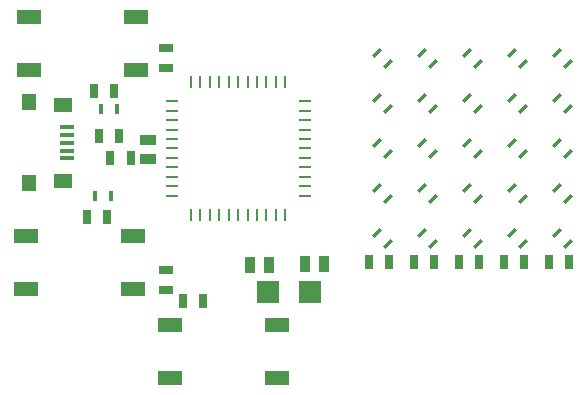
<source format=gbr>
%FSLAX23Y23*%
%MOIN*%
G04 EasyPC Gerber Version 17.0 Build 3379 *
%ADD101R,0.01000X0.04200*%
%ADD106R,0.01352X0.03340*%
%ADD99R,0.02600X0.05100*%
%ADD109R,0.03200X0.05300*%
%ADD105R,0.04900X0.05300*%
%ADD108R,0.07474X0.07474*%
%ADD100R,0.04200X0.01000*%
%AMT98*0 Rectangle Pad at angle 135*21,1,0.01352,0.03340,0,0,135*%
%ADD98T98*%
%ADD103R,0.05100X0.01400*%
%ADD107R,0.05100X0.02600*%
%ADD110R,0.05300X0.03200*%
%ADD104R,0.05900X0.05100*%
%ADD102R,0.07900X0.05100*%
X0Y0D02*
D02*
D98*
X1965Y1036D03*
Y1186D03*
Y1336D03*
Y1486D03*
Y1636D03*
X2001Y1000D03*
Y1150D03*
Y1300D03*
Y1450D03*
Y1600D03*
X2115Y1036D03*
Y1186D03*
Y1336D03*
Y1486D03*
Y1636D03*
X2151Y1000D03*
Y1150D03*
Y1300D03*
Y1450D03*
Y1600D03*
X2265Y1036D03*
Y1186D03*
Y1336D03*
Y1486D03*
Y1636D03*
X2301Y1000D03*
Y1150D03*
Y1300D03*
Y1450D03*
Y1600D03*
X2415Y1036D03*
Y1186D03*
Y1336D03*
Y1486D03*
Y1636D03*
X2451Y1000D03*
Y1150D03*
Y1300D03*
Y1450D03*
Y1600D03*
X2565Y1036D03*
Y1186D03*
Y1336D03*
Y1486D03*
Y1636D03*
X2601Y1000D03*
Y1150D03*
Y1300D03*
Y1450D03*
Y1600D03*
D02*
D99*
X999Y1088D03*
X1022Y1511D03*
X1039Y1358D03*
X1066Y1088D03*
X1077Y1286D03*
X1089Y1511D03*
X1106Y1358D03*
X1144Y1286D03*
X1319Y808D03*
X1386D03*
X1939Y938D03*
X2006D03*
X2089D03*
X2156D03*
X2239D03*
X2306D03*
X2389D03*
X2456D03*
X2539D03*
X2606D03*
D02*
D100*
X1282Y1161D03*
Y1192D03*
Y1224D03*
Y1255D03*
Y1287D03*
Y1318D03*
Y1350D03*
Y1381D03*
Y1412D03*
Y1444D03*
Y1475D03*
X1724Y1161D03*
Y1192D03*
Y1224D03*
Y1255D03*
Y1287D03*
Y1318D03*
Y1350D03*
Y1381D03*
Y1412D03*
Y1444D03*
Y1475D03*
D02*
D101*
X1345Y1097D03*
Y1539D03*
X1377Y1097D03*
Y1539D03*
X1408Y1097D03*
Y1539D03*
X1440Y1097D03*
Y1539D03*
X1471Y1097D03*
Y1539D03*
X1503Y1097D03*
Y1539D03*
X1534Y1097D03*
Y1539D03*
X1566Y1097D03*
Y1539D03*
X1597Y1097D03*
Y1539D03*
X1629Y1097D03*
Y1539D03*
X1660Y1097D03*
Y1539D03*
D02*
D102*
X795Y848D03*
Y1025D03*
X805Y1578D03*
Y1755D03*
X1153Y848D03*
Y1025D03*
X1163Y1578D03*
Y1755D03*
X1274Y553D03*
Y730D03*
X1632Y553D03*
Y730D03*
D02*
D103*
X933Y1286D03*
Y1311D03*
Y1337D03*
Y1362D03*
Y1388D03*
D02*
D104*
X918Y1211D03*
Y1463D03*
D02*
D105*
X806Y1202D03*
Y1472D03*
D02*
D106*
X1027Y1158D03*
X1047Y1448D03*
X1079Y1158D03*
X1099Y1448D03*
D02*
D107*
X1263Y845D03*
Y912D03*
Y1585D03*
Y1652D03*
D02*
D108*
X1601Y838D03*
X1743D03*
D02*
D109*
X1541Y928D03*
X1604D03*
X1726Y933D03*
X1789D03*
D02*
D110*
X1203Y1284D03*
Y1347D03*
X0Y0D02*
M02*

</source>
